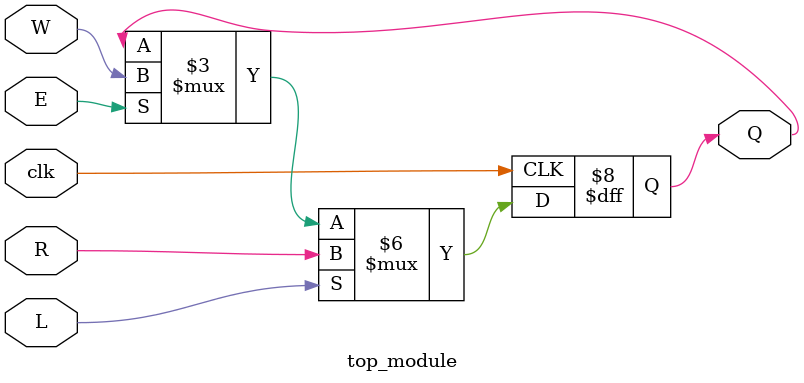
<source format=v>
/*
Question:
Diagram: https://hdlbits.01xz.net/wiki/Exams/2014_q4a
Consider the n-bit shift register circuit shown below:

Write a Verilog module named top_module for one stage of this circuit, 
including both the flip-flop and multiplexers. 
*/

//solution:
module top_module(
    input clk,
    input W,R,E,L,
    output Q
);
    always @(posedge clk ) begin
        if (L) begin
            Q <= R;
        end else begin
            if (E) Q <= W;
            else Q <= Q;
        end
        
    end

endmodule
</source>
